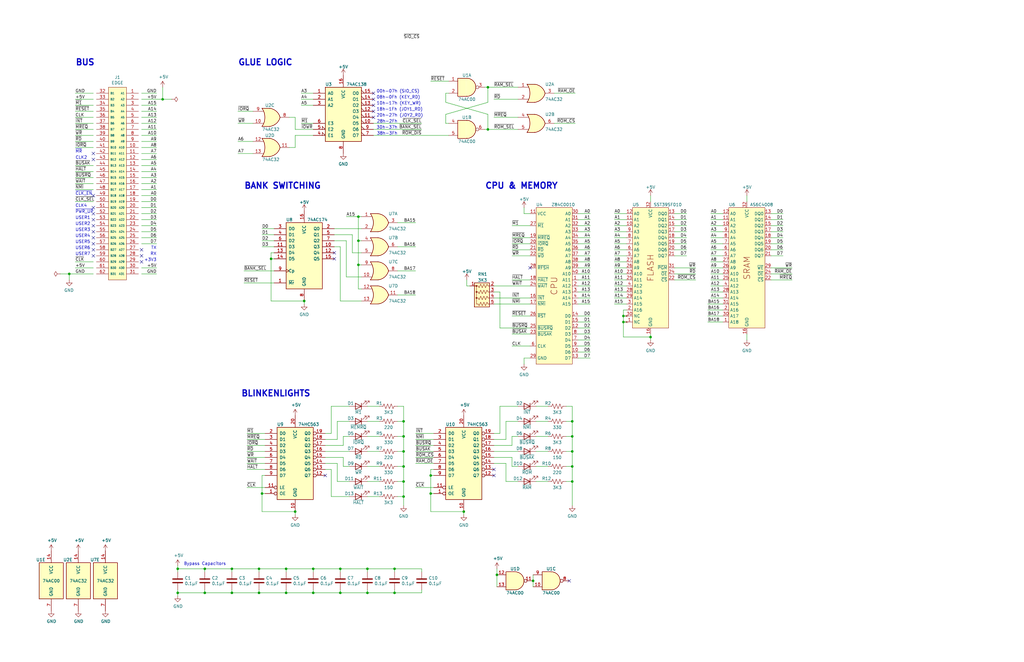
<source format=kicad_sch>
(kicad_sch (version 20230121) (generator eeschema)
  (paper "USLedger")
  (title_block (title "CPU,  64K FLASH, 512K RAM, with blinkenlights") (date "2022-10-27") (rev "1.1") (company "Frederic Segard") (comment 1 "youtube.com/@microhobbyist.com") (comment 4 "Designed with the inspiration of Grant Searl and John Winans"))
  (junction (at 241.3 177.8))
  (junction (at 114.3 109.22))
  (junction (at 97.79 240.03))
  (junction (at 205.74 36.83))
  (junction (at 170.18 196.85))
  (junction (at 132.08 250.19))
  (junction (at 109.22 240.03))
  (junction (at 29.21 115.57))
  (junction (at 74.93 240.03))
  (junction (at 262.89 135.89))
  (junction (at 154.94 240.03))
  (junction (at 170.18 209.55))
  (junction (at 110.49 208.28))
  (junction (at 274.32 142.24))
  (junction (at 97.79 250.19))
  (junction (at 154.94 250.19))
  (junction (at 143.51 250.19))
  (junction (at 205.74 54.61))
  (junction (at 170.18 203.2))
  (junction (at 170.18 177.8))
  (junction (at 151.13 101.6))
  (junction (at 124.46 215.9))
  (junction (at 241.3 190.5))
  (junction (at 151.13 111.76))
  (junction (at 68.58 41.91))
  (junction (at 86.36 240.03))
  (junction (at 132.08 240.03))
  (junction (at 170.18 184.15))
  (junction (at 74.93 250.19))
  (junction (at 181.61 200.66))
  (junction (at 170.18 190.5))
  (junction (at 241.3 196.85))
  (junction (at 120.65 250.19))
  (junction (at 241.3 203.2))
  (junction (at 120.65 240.03))
  (junction (at 143.51 240.03))
  (junction (at 128.27 127))
  (junction (at 181.61 208.28))
  (junction (at 224.79 245.11))
  (junction (at 209.55 242.57))
  (junction (at 166.37 240.03))
  (junction (at 86.36 250.19))
  (junction (at 151.13 91.44))
  (junction (at 262.89 133.35))
  (junction (at 195.58 215.9))
  (junction (at 109.22 250.19))
  (junction (at 241.3 184.15))
  (junction (at 166.37 250.19))
  (no_connect (at 157.48 44.45))
  (no_connect (at 137.16 200.66))
  (no_connect (at 59.69 107.95))
  (no_connect (at 240.03 245.11))
  (no_connect (at 39.37 64.77))
  (no_connect (at 140.97 106.68))
  (no_connect (at 39.37 95.25))
  (no_connect (at 208.28 200.66))
  (no_connect (at 208.28 198.12))
  (no_connect (at 157.48 46.99))
  (no_connect (at 39.37 90.17))
  (no_connect (at 59.69 110.49))
  (no_connect (at 39.37 82.55))
  (no_connect (at 140.97 109.22))
  (no_connect (at 39.37 107.95))
  (no_connect (at 39.37 102.87))
  (no_connect (at 39.37 92.71))
  (no_connect (at 157.48 49.53))
  (no_connect (at 39.37 100.33))
  (no_connect (at 39.37 97.79))
  (no_connect (at 157.48 39.37))
  (no_connect (at 39.37 87.63))
  (no_connect (at 39.37 67.31))
  (no_connect (at 39.37 105.41))
  (no_connect (at 157.48 41.91))
  (no_connect (at 59.69 105.41))
  (no_connect (at 223.52 113.03))
  (wire (pts (xy 304.8 107.95) (xy 299.72 107.95)))
  (wire (pts (xy 208.28 49.53) (xy 218.44 49.53)))
  (wire (pts (xy 31.75 39.37) (xy 39.37 39.37)))
  (wire (pts (xy 100.33 46.99) (xy 106.68 46.99)))
  (wire (pts (xy 196.85 118.11) (xy 196.85 120.65)))
  (wire (pts (xy 284.48 100.33) (xy 289.56 100.33)))
  (wire (pts (xy 325.12 113.03) (xy 334.01 113.03)))
  (wire (pts (xy 264.16 92.71) (xy 259.08 92.71)))
  (wire (pts (xy 166.37 241.3) (xy 166.37 240.03)))
  (wire (pts (xy 210.82 182.88) (xy 210.82 171.45)))
  (wire (pts (xy 170.18 177.8) (xy 170.18 184.15)))
  (wire (pts (xy 208.28 185.42) (xy 213.36 185.42)))
  (wire (pts (xy 143.51 127) (xy 143.51 104.14)))
  (wire (pts (xy 264.16 133.35) (xy 262.89 133.35)))
  (wire (pts (xy 243.84 107.95) (xy 248.92 107.95)))
  (wire (pts (xy 198.12 120.65) (xy 196.85 120.65)))
  (wire (pts (xy 215.9 146.05) (xy 223.52 146.05)))
  (wire (pts (xy 137.16 195.58) (xy 142.24 195.58)))
  (wire (pts (xy 226.06 203.2) (xy 231.14 203.2)))
  (wire (pts (xy 104.14 182.88) (xy 111.76 182.88)))
  (wire (pts (xy 59.69 95.25) (xy 66.04 95.25)))
  (wire (pts (xy 177.8 240.03) (xy 166.37 240.03)))
  (wire (pts (xy 243.84 128.27) (xy 248.92 128.27)))
  (wire (pts (xy 144.78 193.04) (xy 144.78 196.85)))
  (wire (pts (xy 264.16 107.95) (xy 259.08 107.95)))
  (wire (pts (xy 167.64 203.2) (xy 170.18 203.2)))
  (wire (pts (xy 213.36 203.2) (xy 218.44 203.2)))
  (wire (pts (xy 110.49 99.06) (xy 115.57 99.06)))
  (wire (pts (xy 215.9 100.33) (xy 223.52 100.33)))
  (wire (pts (xy 167.64 190.5) (xy 170.18 190.5)))
  (wire (pts (xy 181.61 208.28) (xy 182.88 208.28)))
  (wire (pts (xy 325.12 115.57) (xy 334.01 115.57)))
  (wire (pts (xy 175.26 205.74) (xy 182.88 205.74)))
  (wire (pts (xy 154.94 209.55) (xy 160.02 209.55)))
  (wire (pts (xy 143.51 127) (xy 152.4 127)))
  (wire (pts (xy 109.22 248.92) (xy 109.22 250.19)))
  (wire (pts (xy 59.69 54.61) (xy 66.04 54.61)))
  (wire (pts (xy 264.16 105.41) (xy 259.08 105.41)))
  (wire (pts (xy 226.06 190.5) (xy 231.14 190.5)))
  (wire (pts (xy 31.75 59.69) (xy 39.37 59.69)))
  (wire (pts (xy 59.69 69.85) (xy 66.04 69.85)))
  (wire (pts (xy 325.12 90.17) (xy 330.2 90.17)))
  (wire (pts (xy 74.93 248.92) (xy 74.93 250.19)))
  (wire (pts (xy 120.65 240.03) (xy 109.22 240.03)))
  (wire (pts (xy 114.3 106.68) (xy 114.3 109.22)))
  (wire (pts (xy 114.3 109.22) (xy 114.3 127)))
  (wire (pts (xy 189.23 39.37) (xy 187.96 39.37)))
  (wire (pts (xy 31.75 74.93) (xy 39.37 74.93)))
  (wire (pts (xy 29.21 115.57) (xy 39.37 115.57)))
  (wire (pts (xy 233.68 39.37) (xy 242.57 39.37)))
  (wire (pts (xy 132.08 250.19) (xy 143.51 250.19)))
  (wire (pts (xy 31.75 62.23) (xy 39.37 62.23)))
  (wire (pts (xy 215.9 187.96) (xy 215.9 184.15)))
  (wire (pts (xy 142.24 185.42) (xy 142.24 177.8)))
  (wire (pts (xy 243.84 146.05) (xy 248.92 146.05)))
  (wire (pts (xy 304.8 115.57) (xy 299.72 115.57)))
  (wire (pts (xy 137.16 182.88) (xy 139.7 182.88)))
  (wire (pts (xy 243.84 138.43) (xy 248.92 138.43)))
  (wire (pts (xy 86.36 240.03) (xy 74.93 240.03)))
  (wire (pts (xy 170.18 190.5) (xy 170.18 196.85)))
  (wire (pts (xy 224.79 245.11) (xy 224.79 247.65)))
  (wire (pts (xy 264.16 100.33) (xy 259.08 100.33)))
  (wire (pts (xy 304.8 100.33) (xy 299.72 100.33)))
  (wire (pts (xy 142.24 195.58) (xy 142.24 203.2)))
  (wire (pts (xy 264.16 118.11) (xy 259.08 118.11)))
  (wire (pts (xy 262.89 130.81) (xy 264.16 130.81)))
  (wire (pts (xy 59.69 102.87) (xy 66.04 102.87)))
  (wire (pts (xy 97.79 250.19) (xy 109.22 250.19)))
  (wire (pts (xy 264.16 95.25) (xy 259.08 95.25)))
  (wire (pts (xy 59.69 92.71) (xy 66.04 92.71)))
  (wire (pts (xy 210.82 171.45) (xy 218.44 171.45)))
  (wire (pts (xy 262.89 133.35) (xy 262.89 135.89)))
  (wire (pts (xy 154.94 177.8) (xy 160.02 177.8)))
  (wire (pts (xy 167.64 171.45) (xy 170.18 171.45)))
  (wire (pts (xy 167.64 184.15) (xy 170.18 184.15)))
  (wire (pts (xy 120.65 241.3) (xy 120.65 240.03)))
  (wire (pts (xy 31.75 44.45) (xy 39.37 44.45)))
  (wire (pts (xy 154.94 248.92) (xy 154.94 250.19)))
  (wire (pts (xy 86.36 250.19) (xy 97.79 250.19)))
  (wire (pts (xy 167.64 124.46) (xy 175.26 124.46)))
  (wire (pts (xy 243.84 125.73) (xy 248.92 125.73)))
  (wire (pts (xy 304.8 97.79) (xy 299.72 97.79)))
  (wire (pts (xy 215.9 140.97) (xy 223.52 140.97)))
  (wire (pts (xy 104.14 193.04) (xy 111.76 193.04)))
  (wire (pts (xy 293.37 118.11) (xy 284.48 118.11)))
  (wire (pts (xy 151.13 121.92) (xy 152.4 121.92)))
  (wire (pts (xy 59.69 100.33) (xy 66.04 100.33)))
  (wire (pts (xy 314.96 82.55) (xy 314.96 85.09)))
  (wire (pts (xy 109.22 250.19) (xy 120.65 250.19)))
  (wire (pts (xy 151.13 101.6) (xy 152.4 101.6)))
  (wire (pts (xy 167.64 196.85) (xy 170.18 196.85)))
  (wire (pts (xy 31.75 52.07) (xy 39.37 52.07)))
  (wire (pts (xy 120.65 248.92) (xy 120.65 250.19)))
  (wire (pts (xy 59.69 41.91) (xy 68.58 41.91)))
  (wire (pts (xy 175.26 187.96) (xy 182.88 187.96)))
  (wire (pts (xy 304.8 105.41) (xy 299.72 105.41)))
  (wire (pts (xy 304.8 92.71) (xy 299.72 92.71)))
  (wire (pts (xy 208.28 193.04) (xy 215.9 193.04)))
  (wire (pts (xy 205.74 36.83) (xy 218.44 36.83)))
  (wire (pts (xy 170.18 203.2) (xy 170.18 209.55)))
  (wire (pts (xy 304.8 110.49) (xy 299.72 110.49)))
  (wire (pts (xy 139.7 182.88) (xy 139.7 171.45)))
  (wire (pts (xy 208.28 187.96) (xy 215.9 187.96)))
  (wire (pts (xy 143.51 104.14) (xy 140.97 104.14)))
  (wire (pts (xy 127 44.45) (xy 132.08 44.45)))
  (wire (pts (xy 243.84 92.71) (xy 248.92 92.71)))
  (wire (pts (xy 224.79 242.57) (xy 224.79 245.11)))
  (wire (pts (xy 209.55 240.03) (xy 209.55 242.57)))
  (wire (pts (xy 100.33 64.77) (xy 106.68 64.77)))
  (wire (pts (xy 127 52.07) (xy 132.08 52.07)))
  (wire (pts (xy 97.79 240.03) (xy 86.36 240.03)))
  (wire (pts (xy 208.28 182.88) (xy 210.82 182.88)))
  (wire (pts (xy 175.26 190.5) (xy 182.88 190.5)))
  (wire (pts (xy 74.93 250.19) (xy 86.36 250.19)))
  (wire (pts (xy 325.12 102.87) (xy 330.2 102.87)))
  (wire (pts (xy 208.28 120.65) (xy 223.52 120.65)))
  (wire (pts (xy 215.9 95.25) (xy 223.52 95.25)))
  (wire (pts (xy 137.16 185.42) (xy 142.24 185.42)))
  (wire (pts (xy 264.16 128.27) (xy 259.08 128.27)))
  (wire (pts (xy 140.97 96.52) (xy 152.4 96.52)))
  (wire (pts (xy 74.93 240.03) (xy 74.93 241.3)))
  (wire (pts (xy 205.74 48.26) (xy 187.96 43.18)))
  (wire (pts (xy 59.69 90.17) (xy 66.04 90.17)))
  (wire (pts (xy 223.52 90.17) (xy 220.98 90.17)))
  (wire (pts (xy 208.28 128.27) (xy 223.52 128.27)))
  (wire (pts (xy 124.46 57.15) (xy 132.08 57.15)))
  (wire (pts (xy 151.13 111.76) (xy 152.4 111.76)))
  (wire (pts (xy 124.46 49.53) (xy 121.92 49.53)))
  (wire (pts (xy 243.84 97.79) (xy 248.92 97.79)))
  (wire (pts (xy 274.32 140.97) (xy 274.32 142.24)))
  (wire (pts (xy 238.76 203.2) (xy 241.3 203.2)))
  (wire (pts (xy 104.14 205.74) (xy 111.76 205.74)))
  (wire (pts (xy 205.74 43.18) (xy 187.96 48.26)))
  (wire (pts (xy 195.58 215.9) (xy 195.58 217.17)))
  (wire (pts (xy 31.75 80.01) (xy 39.37 80.01)))
  (wire (pts (xy 241.3 184.15) (xy 241.3 190.5)))
  (wire (pts (xy 137.16 190.5) (xy 147.32 190.5)))
  (wire (pts (xy 284.48 90.17) (xy 289.56 90.17)))
  (wire (pts (xy 293.37 115.57) (xy 284.48 115.57)))
  (wire (pts (xy 31.75 110.49) (xy 39.37 110.49)))
  (wire (pts (xy 304.8 120.65) (xy 299.72 120.65)))
  (wire (pts (xy 31.75 57.15) (xy 39.37 57.15)))
  (wire (pts (xy 262.89 142.24) (xy 274.32 142.24)))
  (wire (pts (xy 170.18 171.45) (xy 170.18 177.8)))
  (wire (pts (xy 189.23 52.07) (xy 187.96 52.07)))
  (wire (pts (xy 325.12 92.71) (xy 330.2 92.71)))
  (wire (pts (xy 241.3 196.85) (xy 241.3 203.2)))
  (wire (pts (xy 175.26 195.58) (xy 182.88 195.58)))
  (wire (pts (xy 167.64 177.8) (xy 170.18 177.8)))
  (wire (pts (xy 132.08 248.92) (xy 132.08 250.19)))
  (wire (pts (xy 74.93 250.19) (xy 74.93 251.46)))
  (wire (pts (xy 104.14 198.12) (xy 111.76 198.12)))
  (wire (pts (xy 97.79 241.3) (xy 97.79 240.03)))
  (wire (pts (xy 110.49 200.66) (xy 110.49 208.28)))
  (wire (pts (xy 139.7 209.55) (xy 147.32 209.55)))
  (wire (pts (xy 215.9 107.95) (xy 223.52 107.95)))
  (wire (pts (xy 325.12 100.33) (xy 330.2 100.33)))
  (wire (pts (xy 304.8 125.73) (xy 299.72 125.73)))
  (wire (pts (xy 304.8 90.17) (xy 299.72 90.17)))
  (wire (pts (xy 127 39.37) (xy 132.08 39.37)))
  (wire (pts (xy 31.75 46.99) (xy 39.37 46.99)))
  (wire (pts (xy 154.94 184.15) (xy 160.02 184.15)))
  (wire (pts (xy 223.52 151.13) (xy 220.98 151.13)))
  (wire (pts (xy 170.18 209.55) (xy 170.18 213.36)))
  (wire (pts (xy 132.08 241.3) (xy 132.08 240.03)))
  (wire (pts (xy 111.76 200.66) (xy 110.49 200.66)))
  (wire (pts (xy 59.69 46.99) (xy 66.04 46.99)))
  (wire (pts (xy 243.84 140.97) (xy 248.92 140.97)))
  (wire (pts (xy 154.94 190.5) (xy 160.02 190.5)))
  (wire (pts (xy 148.59 99.06) (xy 140.97 99.06)))
  (wire (pts (xy 170.18 196.85) (xy 170.18 203.2)))
  (wire (pts (xy 144.78 196.85) (xy 147.32 196.85)))
  (wire (pts (xy 124.46 54.61) (xy 124.46 49.53)))
  (wire (pts (xy 139.7 171.45) (xy 147.32 171.45)))
  (wire (pts (xy 59.69 64.77) (xy 66.04 64.77)))
  (wire (pts (xy 298.45 135.89) (xy 304.8 135.89)))
  (wire (pts (xy 181.61 200.66) (xy 181.61 198.12)))
  (wire (pts (xy 157.48 52.07) (xy 177.8 52.07)))
  (wire (pts (xy 177.8 248.92) (xy 177.8 250.19)))
  (wire (pts (xy 264.16 97.79) (xy 259.08 97.79)))
  (wire (pts (xy 175.26 193.04) (xy 182.88 193.04)))
  (wire (pts (xy 304.8 95.25) (xy 299.72 95.25)))
  (wire (pts (xy 181.61 200.66) (xy 182.88 200.66)))
  (wire (pts (xy 215.9 133.35) (xy 223.52 133.35)))
  (wire (pts (xy 325.12 95.25) (xy 330.2 95.25)))
  (wire (pts (xy 243.84 105.41) (xy 248.92 105.41)))
  (wire (pts (xy 298.45 130.81) (xy 304.8 130.81)))
  (wire (pts (xy 262.89 135.89) (xy 264.16 135.89)))
  (wire (pts (xy 213.36 185.42) (xy 213.36 177.8)))
  (wire (pts (xy 86.36 248.92) (xy 86.36 250.19)))
  (wire (pts (xy 59.69 74.93) (xy 66.04 74.93)))
  (wire (pts (xy 144.78 187.96) (xy 144.78 184.15)))
  (wire (pts (xy 208.28 195.58) (xy 213.36 195.58)))
  (wire (pts (xy 127 41.91) (xy 132.08 41.91)))
  (wire (pts (xy 137.16 193.04) (xy 144.78 193.04)))
  (wire (pts (xy 238.76 190.5) (xy 241.3 190.5)))
  (wire (pts (xy 264.16 125.73) (xy 259.08 125.73)))
  (wire (pts (xy 264.16 113.03) (xy 259.08 113.03)))
  (wire (pts (xy 100.33 52.07) (xy 106.68 52.07)))
  (wire (pts (xy 243.84 100.33) (xy 248.92 100.33)))
  (wire (pts (xy 29.21 115.57) (xy 29.21 118.11)))
  (wire (pts (xy 166.37 240.03) (xy 154.94 240.03)))
  (wire (pts (xy 104.14 187.96) (xy 111.76 187.96)))
  (wire (pts (xy 59.69 52.07) (xy 66.04 52.07)))
  (wire (pts (xy 220.98 87.63) (xy 220.98 90.17)))
  (wire (pts (xy 148.59 106.68) (xy 148.59 99.06)))
  (wire (pts (xy 124.46 54.61) (xy 132.08 54.61)))
  (wire (pts (xy 59.69 87.63) (xy 66.04 87.63)))
  (wire (pts (xy 157.48 57.15) (xy 189.23 57.15)))
  (wire (pts (xy 213.36 195.58) (xy 213.36 203.2)))
  (wire (pts (xy 167.64 114.3) (xy 175.26 114.3)))
  (wire (pts (xy 59.69 59.69) (xy 66.04 59.69)))
  (wire (pts (xy 213.36 177.8) (xy 218.44 177.8)))
  (wire (pts (xy 215.9 196.85) (xy 218.44 196.85)))
  (wire (pts (xy 210.82 138.43) (xy 223.52 138.43)))
  (wire (pts (xy 100.33 59.69) (xy 106.68 59.69)))
  (wire (pts (xy 102.87 114.3) (xy 115.57 114.3)))
  (wire (pts (xy 59.69 113.03) (xy 66.04 113.03)))
  (wire (pts (xy 59.69 85.09) (xy 66.04 85.09)))
  (wire (pts (xy 59.69 39.37) (xy 66.04 39.37)))
  (wire (pts (xy 208.28 123.19) (xy 210.82 123.19)))
  (wire (pts (xy 264.16 120.65) (xy 259.08 120.65)))
  (wire (pts (xy 175.26 182.88) (xy 182.88 182.88)))
  (wire (pts (xy 241.3 203.2) (xy 241.3 213.36)))
  (wire (pts (xy 59.69 72.39) (xy 66.04 72.39)))
  (wire (pts (xy 205.74 36.83) (xy 205.74 43.18)))
  (wire (pts (xy 68.58 36.83) (xy 68.58 41.91)))
  (wire (pts (xy 274.32 82.55) (xy 274.32 85.09)))
  (wire (pts (xy 243.84 120.65) (xy 248.92 120.65)))
  (wire (pts (xy 243.84 151.13) (xy 248.92 151.13)))
  (wire (pts (xy 284.48 97.79) (xy 289.56 97.79)))
  (wire (pts (xy 110.49 208.28) (xy 110.49 215.9)))
  (wire (pts (xy 59.69 49.53) (xy 66.04 49.53)))
  (wire (pts (xy 31.75 49.53) (xy 39.37 49.53)))
  (wire (pts (xy 151.13 91.44) (xy 152.4 91.44)))
  (wire (pts (xy 215.9 118.11) (xy 223.52 118.11)))
  (wire (pts (xy 25.4 115.57) (xy 29.21 115.57)))
  (wire (pts (xy 31.75 85.09) (xy 39.37 85.09)))
  (wire (pts (xy 31.75 77.47) (xy 39.37 77.47)))
  (wire (pts (xy 109.22 240.03) (xy 97.79 240.03)))
  (wire (pts (xy 31.75 113.03) (xy 39.37 113.03)))
  (wire (pts (xy 304.8 118.11) (xy 299.72 118.11)))
  (wire (pts (xy 243.84 113.03) (xy 248.92 113.03)))
  (wire (pts (xy 243.84 90.17) (xy 248.92 90.17)))
  (wire (pts (xy 325.12 105.41) (xy 330.2 105.41)))
  (wire (pts (xy 142.24 203.2) (xy 147.32 203.2)))
  (wire (pts (xy 274.32 142.24) (xy 274.32 143.51)))
  (wire (pts (xy 110.49 96.52) (xy 115.57 96.52)))
  (wire (pts (xy 110.49 104.14) (xy 115.57 104.14)))
  (wire (pts (xy 243.84 148.59) (xy 248.92 148.59)))
  (wire (pts (xy 181.61 198.12) (xy 182.88 198.12)))
  (wire (pts (xy 181.61 34.29) (xy 189.23 34.29)))
  (wire (pts (xy 187.96 39.37) (xy 187.96 43.18)))
  (wire (pts (xy 144.78 184.15) (xy 147.32 184.15)))
  (wire (pts (xy 110.49 208.28) (xy 111.76 208.28)))
  (wire (pts (xy 284.48 113.03) (xy 293.37 113.03)))
  (wire (pts (xy 148.59 106.68) (xy 152.4 106.68)))
  (wire (pts (xy 243.84 118.11) (xy 248.92 118.11)))
  (wire (pts (xy 325.12 118.11) (xy 334.01 118.11)))
  (wire (pts (xy 143.51 240.03) (xy 132.08 240.03)))
  (wire (pts (xy 304.8 102.87) (xy 299.72 102.87)))
  (wire (pts (xy 137.16 187.96) (xy 144.78 187.96)))
  (wire (pts (xy 226.06 177.8) (xy 231.14 177.8)))
  (wire (pts (xy 104.14 195.58) (xy 111.76 195.58)))
  (wire (pts (xy 284.48 92.71) (xy 289.56 92.71)))
  (wire (pts (xy 121.92 62.23) (xy 124.46 62.23)))
  (wire (pts (xy 132.08 240.03) (xy 120.65 240.03)))
  (wire (pts (xy 167.64 209.55) (xy 170.18 209.55)))
  (wire (pts (xy 264.16 110.49) (xy 259.08 110.49)))
  (wire (pts (xy 205.74 54.61) (xy 218.44 54.61)))
  (wire (pts (xy 137.16 198.12) (xy 139.7 198.12)))
  (wire (pts (xy 241.3 177.8) (xy 241.3 184.15)))
  (wire (pts (xy 233.68 52.07) (xy 242.57 52.07)))
  (wire (pts (xy 298.45 128.27) (xy 304.8 128.27)))
  (wire (pts (xy 325.12 107.95) (xy 330.2 107.95)))
  (wire (pts (xy 298.45 133.35) (xy 304.8 133.35)))
  (wire (pts (xy 170.18 184.15) (xy 170.18 190.5)))
  (wire (pts (xy 154.94 241.3) (xy 154.94 240.03)))
  (wire (pts (xy 284.48 105.41) (xy 289.56 105.41)))
  (wire (pts (xy 243.84 123.19) (xy 248.92 123.19)))
  (wire (pts (xy 215.9 193.04) (xy 215.9 196.85)))
  (wire (pts (xy 195.58 215.9) (xy 181.61 215.9)))
  (wire (pts (xy 124.46 215.9) (xy 110.49 215.9)))
  (wire (pts (xy 262.89 130.81) (xy 262.89 133.35)))
  (wire (pts (xy 104.14 190.5) (xy 111.76 190.5)))
  (wire (pts (xy 181.61 208.28) (xy 181.61 215.9)))
  (wire (pts (xy 314.96 140.97) (xy 314.96 143.51)))
  (wire (pts (xy 262.89 135.89) (xy 262.89 142.24)))
  (wire (pts (xy 209.55 242.57) (xy 209.55 247.65)))
  (wire (pts (xy 238.76 171.45) (xy 241.3 171.45)))
  (wire (pts (xy 104.14 185.42) (xy 111.76 185.42)))
  (wire (pts (xy 204.47 36.83) (xy 205.74 36.83)))
  (wire (pts (xy 128.27 128.27) (xy 128.27 127)))
  (wire (pts (xy 238.76 184.15) (xy 241.3 184.15)))
  (wire (pts (xy 166.37 250.19) (xy 177.8 250.19)))
  (wire (pts (xy 264.16 90.17) (xy 259.08 90.17)))
  (wire (pts (xy 243.84 135.89) (xy 248.92 135.89)))
  (wire (pts (xy 59.69 115.57) (xy 66.04 115.57)))
  (wire (pts (xy 226.06 171.45) (xy 231.14 171.45)))
  (wire (pts (xy 151.13 101.6) (xy 151.13 111.76)))
  (wire (pts (xy 238.76 196.85) (xy 241.3 196.85)))
  (wire (pts (xy 151.13 111.76) (xy 151.13 121.92)))
  (wire (pts (xy 208.28 190.5) (xy 218.44 190.5)))
  (wire (pts (xy 86.36 241.3) (xy 86.36 240.03)))
  (wire (pts (xy 146.05 116.84) (xy 152.4 116.84)))
  (wire (pts (xy 59.69 62.23) (xy 66.04 62.23)))
  (wire (pts (xy 115.57 106.68) (xy 114.3 106.68)))
  (wire (pts (xy 154.94 196.85) (xy 160.02 196.85)))
  (wire (pts (xy 167.64 93.98) (xy 175.26 93.98)))
  (wire (pts (xy 167.64 104.14) (xy 175.26 104.14)))
  (wire (pts (xy 157.48 54.61) (xy 177.8 54.61)))
  (wire (pts (xy 59.69 82.55) (xy 66.04 82.55)))
  (wire (pts (xy 205.74 48.26) (xy 205.74 54.61)))
  (wire (pts (xy 177.8 241.3) (xy 177.8 240.03)))
  (wire (pts (xy 243.84 133.35) (xy 248.92 133.35)))
  (wire (pts (xy 74.93 238.76) (xy 74.93 240.03)))
  (wire (pts (xy 31.75 69.85) (xy 39.37 69.85)))
  (wire (pts (xy 143.51 248.92) (xy 143.51 250.19)))
  (wire (pts (xy 210.82 123.19) (xy 210.82 138.43)))
  (wire (pts (xy 142.24 177.8) (xy 147.32 177.8)))
  (wire (pts (xy 97.79 248.92) (xy 97.79 250.19)))
  (wire (pts (xy 31.75 41.91) (xy 39.37 41.91)))
  (wire (pts (xy 241.3 190.5) (xy 241.3 196.85)))
  (wire (pts (xy 215.9 184.15) (xy 218.44 184.15)))
  (wire (pts (xy 143.51 241.3) (xy 143.51 240.03)))
  (wire (pts (xy 204.47 54.61) (xy 205.74 54.61)))
  (wire (pts (xy 31.75 72.39) (xy 39.37 72.39)))
  (wire (pts (xy 208.28 125.73) (xy 223.52 125.73)))
  (wire (pts (xy 110.49 101.6) (xy 115.57 101.6)))
  (wire (pts (xy 243.84 95.25) (xy 248.92 95.25)))
  (wire (pts (xy 151.13 91.44) (xy 151.13 101.6)))
  (wire (pts (xy 325.12 97.79) (xy 330.2 97.79)))
  (wire (pts (xy 215.9 102.87) (xy 223.52 102.87)))
  (wire (pts (xy 109.22 241.3) (xy 109.22 240.03)))
  (wire (pts (xy 72.39 41.91) (xy 68.58 41.91)))
  (wire (pts (xy 264.16 123.19) (xy 259.08 123.19)))
  (wire (pts (xy 114.3 127) (xy 128.27 127)))
  (wire (pts (xy 243.84 115.57) (xy 248.92 115.57)))
  (wire (pts (xy 139.7 198.12) (xy 139.7 209.55)))
  (wire (pts (xy 284.48 102.87) (xy 289.56 102.87)))
  (wire (pts (xy 124.46 215.9) (xy 124.46 217.17)))
  (wire (pts (xy 226.06 184.15) (xy 231.14 184.15)))
  (wire (pts (xy 59.69 57.15) (xy 66.04 57.15)))
  (wire (pts (xy 243.84 143.51) (xy 248.92 143.51)))
  (wire (pts (xy 59.69 97.79) (xy 66.04 97.79)))
  (wire (pts (xy 143.51 250.19) (xy 154.94 250.19)))
  (wire (pts (xy 124.46 62.23) (xy 124.46 57.15)))
  (wire (pts (xy 154.94 203.2) (xy 160.02 203.2)))
  (wire (pts (xy 284.48 107.95) (xy 289.56 107.95)))
  (wire (pts (xy 102.87 119.38) (xy 115.57 119.38)))
  (wire (pts (xy 208.28 41.91) (xy 218.44 41.91)))
  (wire (pts (xy 243.84 110.49) (xy 248.92 110.49)))
  (wire (pts (xy 304.8 123.19) (xy 299.72 123.19)))
  (wire (pts (xy 146.05 101.6) (xy 140.97 101.6)))
  (wire (pts (xy 284.48 95.25) (xy 289.56 95.25)))
  (wire (pts (xy 241.3 171.45) (xy 241.3 177.8)))
  (wire (pts (xy 226.06 196.85) (xy 231.14 196.85)))
  (wire (pts (xy 59.69 44.45) (xy 66.04 44.45)))
  (wire (pts (xy 59.69 77.47) (xy 66.04 77.47)))
  (wire (pts (xy 59.69 67.31) (xy 66.04 67.31)))
  (wire (pts (xy 187.96 48.26) (xy 187.96 52.07)))
  (wire (pts (xy 120.65 250.19) (xy 132.08 250.19)))
  (wire (pts (xy 181.61 208.28) (xy 181.61 200.66)))
  (wire (pts (xy 59.69 80.01) (xy 66.04 80.01)))
  (wire (pts (xy 146.05 116.84) (xy 146.05 101.6)))
  (wire (pts (xy 215.9 105.41) (xy 223.52 105.41)))
  (wire (pts (xy 175.26 185.42) (xy 182.88 185.42)))
  (wire (pts (xy 264.16 102.87) (xy 259.08 102.87)))
  (wire (pts (xy 166.37 248.92) (xy 166.37 250.19)))
  (wire (pts (xy 304.8 113.03) (xy 299.72 113.03)))
  (wire (pts (xy 146.05 91.44) (xy 151.13 91.44)))
  (wire (pts (xy 114.3 109.22) (xy 115.57 109.22)))
  (wire (pts (xy 154.94 171.45) (xy 160.02 171.45)))
  (wire (pts (xy 220.98 151.13) (xy 220.98 153.67)))
  (wire (pts (xy 154.94 240.03) (xy 143.51 240.03)))
  (wire (pts (xy 154.94 250.19) (xy 166.37 250.19)))
  (wire (pts (xy 238.76 177.8) (xy 241.3 177.8)))
  (wire (pts (xy 264.16 115.57) (xy 259.08 115.57)))
  (wire (pts (xy 31.75 54.61) (xy 39.37 54.61)))
  (wire (pts (xy 243.84 102.87) (xy 248.92 102.87)))
  (text "08h-0Fh (KEY_RD)" (at 158.75 41.91 0) (effects (font (size 1.27 1.27)) (justify left bottom)))
  (text "~{CLK_EN}" (at 31.75 82.55 0) (effects (font (size 1.27 1.27)) (justify left bottom)))
  (text "38h-3Fh" (at 167.64 57.15 0) (effects (font (size 1.27 1.27)) (justify right bottom)))
  (text "USER1" (at 31.75 92.7298 0) (effects (font (size 1.27 1.27)) (justify left bottom)))
  (text "GLUE LOGIC" (at 100.33 27.94 0) (effects (font (size 2.54 2.54) (thickness 0.508) bold) (justify left bottom)))
  (text "RX" (at 66.04 107.95 0) (effects (font (size 1.27 1.27)) (justify right bottom)))
  (text "00h-07h (SIO_CS)" (at 158.75 39.37 0) (effects (font (size 1.27 1.27)) (justify left bottom)))
  (text "BLINKENLIGHTS" (at 101.6 167.64 0) (effects (font (size 2.54 2.54) (thickness 0.508) bold) (justify left bottom)))
  (text "BUS" (at 31.75 27.94 0) (effects (font (size 2.54 2.54) (thickness 0.508) bold) (justify left bottom)))
  (text "18h-1Fh (JOY1_RD)" (at 158.75 46.99 0) (effects (font (size 1.27 1.27)) (justify left bottom)))
  (text "CPU & MEMORY" (at 204.47 80.01 0) (effects (font (size 2.54 2.54) (thickness 0.508) bold) (justify left bottom)))
  (text "CLK2" (at 31.8014 67.3536 0) (effects (font (size 1.27 1.27)) (justify left bottom)))
  (text "CLK4" (at 31.75 87.63 0) (effects (font (size 1.27 1.27)) (justify left bottom)))
  (text "+3V3" (at 66.04 110.49 0) (effects (font (size 1.27 1.27)) (justify right bottom)))
  (text "USER5" (at 31.75 102.8898 0) (effects (font (size 1.27 1.27)) (justify left bottom)))
  (text "USER3" (at 31.75 97.8098 0) (effects (font (size 1.27 1.27)) (justify left bottom)))
  (text "USER2" (at 31.75 95.2698 0) (effects (font (size 1.27 1.27)) (justify left bottom)))
  (text "30h-37h" (at 167.64 54.61 0) (effects (font (size 1.27 1.27)) (justify right bottom)))
  (text "TX" (at 66.04 105.41 0) (effects (font (size 1.27 1.27)) (justify right bottom)))
  (text "10h-17h (KEY_WR)" (at 158.75 44.45 0) (effects (font (size 1.27 1.27)) (justify left bottom)))
  (text "USER4" (at 31.75 100.3498 0) (effects (font (size 1.27 1.27)) (justify left bottom)))
  (text "20h-27h (JOY2_RD)" (at 158.75 49.53 0) (effects (font (size 1.27 1.27)) (justify left bottom)))
  (text "BANK SWITCHING" (at 102.87 80.01 0) (effects (font (size 2.54 2.54) (thickness 0.508) bold) (justify left bottom)))
  (text "Bypass Capacitors" (at 77.47 238.76 0) (effects (font (size 1.27 1.27)) (justify left bottom)))
  (text "28h-2Fh" (at 167.64 52.07 0) (effects (font (size 1.27 1.27)) (justify right bottom)))
  (text "USER6" (at 31.75 105.4298 0) (effects (font (size 1.27 1.27)) (justify left bottom)))
  (text "~{MR}" (at 31.75 64.77 0) (effects (font (size 1.27 1.27)) (justify left bottom)))
  (text "USER7" (at 31.75 107.9698 0) (effects (font (size 1.27 1.27)) (justify left bottom)))
  (text "~{PWR_UP}" (at 31.75 90.1799 0) (effects (font (size 1.27 1.27)) (justify left bottom)))
  (label "D4" (at 289.56 100.33 180))
  (label "A11" (at 66.04 54.61 180))
  (label "~{WAIT}" (at 104.14 195.58 0))
  (label "~{RAM_OE}" (at 242.57 39.37 180))
  (label "~{BUSRQ}" (at 175.26 187.96 0))
  (label "~{ROM_CS}" (at 293.37 118.11 180))
  (label "A12" (at 299.72 120.65 0))
  (label "A3" (at 127 39.37 0))
  (label "A8" (at 299.72 110.49 0))
  (label "A7" (at 66.04 64.77 180))
  (label "~{IORQ}" (at 215.9 102.87 0))
  (label "~{WR}" (at 31.75 57.15 0))
  (label "A7" (at 100.33 64.77 0))
  (label "+5V" (at 66.04 113.03 180))
  (label "A15" (at 146.05 91.44 0))
  (label "D0" (at 66.04 85.09 180))
  (label "~{RD}" (at 293.37 115.57 180))
  (label "~{IORQ}" (at 104.14 187.96 0))
  (label "A6" (at 66.04 67.31 180))
  (label "+5V" (at 31.75 41.91 0))
  (label "A2" (at 248.92 95.25 180))
  (label "~{RAM_OE}" (at 334.01 115.57 180))
  (label "~{ROM_SEL}" (at 208.28 54.61 0))
  (label "~{HALT}" (at 215.9 118.11 0))
  (label "A6" (at 100.33 59.69 0))
  (label "A1" (at 248.92 92.71 180))
  (label "~{MREQ}" (at 104.14 185.42 0))
  (label "A10" (at 248.92 115.57 180))
  (label "A7" (at 248.92 107.95 180))
  (label "+5V" (at 31.75 113.03 0))
  (label "A3" (at 248.92 97.79 180))
  (label "D5" (at 248.92 146.05 180))
  (label "A15" (at 66.04 44.45 180))
  (label "A5" (at 127 44.45 0))
  (label "A9" (at 66.04 59.69 180))
  (label "~{HALT}" (at 104.14 198.12 0))
  (label "GND" (at 31.75 39.37 0))
  (label "A0" (at 66.04 82.55 180))
  (label "A6" (at 248.92 105.41 180))
  (label "D2" (at 330.2 95.25 180))
  (label "A11" (at 259.08 118.11 0))
  (label "GND" (at 66.04 39.37 180))
  (label "BA16" (at 298.45 130.81 0))
  (label "D2" (at 110.49 101.6 0))
  (label "A3" (at 66.04 74.93 180))
  (label "~{RESET}" (at 102.87 119.38 0))
  (label "~{M1}" (at 127 52.07 0))
  (label "D0" (at 289.56 90.17 180))
  (label "D6" (at 289.56 105.41 180))
  (label "~{SIO_CS}" (at 170.18 16.51 0))
  (label "D7" (at 66.04 102.87 180))
  (label "~{HALT}" (at 31.75 72.39 0))
  (label "A15" (at 248.92 128.27 180))
  (label "~{RESET}" (at 181.61 34.29 0))
  (label "D7" (at 289.56 107.95 180))
  (label "~{NMI}" (at 175.26 185.42 0))
  (label "A13" (at 66.04 49.53 180))
  (label "D4" (at 66.04 95.25 180))
  (label "A7" (at 299.72 107.95 0))
  (label "A4" (at 259.08 100.33 0))
  (label "~{NMI}" (at 31.75 80.01 0))
  (label "D1" (at 66.04 87.63 180))
  (label "~{RD}" (at 215.9 105.41 0))
  (label "D5" (at 66.04 97.79 180))
  (label "~{WR}" (at 215.9 107.95 0))
  (label "D0" (at 248.92 133.35 180))
  (label "A9" (at 259.08 113.03 0))
  (label "~{CLK_SEL}" (at 31.75 85.09 0))
  (label "D3" (at 330.2 97.79 180))
  (label "D0" (at 330.2 90.17 180))
  (label "~{RAM_OE}" (at 175.26 195.58 0))
  (label "A1" (at 259.08 92.71 0))
  (label "~{M1}" (at 215.9 95.25 0))
  (label "A4" (at 299.72 100.33 0))
  (label "~{WAIT}" (at 31.75 77.47 0))
  (label "BA15" (at 298.45 128.27 0))
  (label "A8" (at 259.08 110.49 0))
  (label "~{BUSRQ}" (at 31.75 74.93 0))
  (label "~{CLK_SEL}" (at 177.8 52.07 180))
  (label "A9" (at 299.72 113.03 0))
  (label "D3" (at 289.56 97.79 180))
  (label "A8" (at 66.04 62.23 180))
  (label "A4" (at 66.04 72.39 180))
  (label "~{RD}" (at 208.28 41.91 0))
  (label "~{WR}" (at 293.37 113.03 180))
  (label "~{CLK}" (at 175.26 205.74 0))
  (label "~{MREQ}" (at 215.9 100.33 0))
  (label "D4" (at 330.2 100.33 180))
  (label "A5" (at 66.04 69.85 180))
  (label "~{BANK_SEL}" (at 177.8 54.61 180))
  (label "D1" (at 248.92 135.89 180))
  (label "A8" (at 248.92 110.49 180))
  (label "D4" (at 248.92 143.51 180))
  (label "A9" (at 248.92 113.03 180))
  (label "BA16" (at 175.26 104.14 180))
  (label "~{INT}" (at 31.75 52.07 0))
  (label "A4" (at 248.92 100.33 180))
  (label "GND" (at 31.75 115.57 0))
  (label "~{BANK_SEL}" (at 102.87 114.3 0))
  (label "A13" (at 259.08 123.19 0))
  (label "A2" (at 299.72 95.25 0))
  (label "A1" (at 66.04 80.01 180))
  (label "+5V" (at 66.04 41.91 180))
  (label "CLK" (at 31.75 49.53 0))
  (label "A2" (at 259.08 95.25 0))
  (label "~{MREQ}" (at 208.28 49.53 0))
  (label "A12" (at 66.04 52.07 180))
  (label "~{WR}" (at 104.14 193.04 0))
  (label "BA18" (at 298.45 135.89 0))
  (label "A10" (at 66.04 57.15 180))
  (label "~{INT}" (at 175.26 182.88 0))
  (label "A7" (at 259.08 107.95 0))
  (label "D6" (at 330.2 105.41 180))
  (label "D0" (at 110.49 96.52 0))
  (label "A14" (at 259.08 125.73 0))
  (label "BA17" (at 175.26 114.3 180))
  (label "A5" (at 248.92 102.87 180))
  (label "~{ROM_CS}" (at 175.26 193.04 0))
  (label "~{RAM_SEL}" (at 208.28 36.83 0))
  (label "D1" (at 330.2 92.71 180))
  (label "A10" (at 299.72 115.57 0))
  (label "D3" (at 66.04 92.71 180))
  (label "~{RD}" (at 104.14 190.5 0))
  (label "A11" (at 248.92 118.11 180))
  (label "D3" (at 110.49 104.14 0))
  (label "D5" (at 330.2 102.87 180))
  (label "~{NMI}" (at 215.9 128.27 0))
  (label "~{M1}" (at 104.14 182.88 0))
  (label "D2" (at 248.92 138.43 180))
  (label "A1" (at 299.72 92.71 0))
  (label "A14" (at 66.04 46.99 180))
  (label "~{M1}" (at 31.75 44.45 0))
  (label "A13" (at 248.92 123.19 180))
  (label "CLK" (at 215.9 146.05 0))
  (label "~{INT}" (at 215.9 125.73 0))
  (label "A5" (at 299.72 102.87 0))
  (label "A3" (at 299.72 97.79 0))
  (label "A5" (at 259.08 102.87 0))
  (label "~{ROM_DIS}" (at 177.8 57.15 180))
  (label "~{MREQ}" (at 334.01 118.11 180))
  (label "A12" (at 259.08 120.65 0))
  (label "A14" (at 248.92 125.73 180))
  (label "D2" (at 289.56 95.25 180))
  (label "~{ROM_CS}" (at 242.57 52.07 180))
  (label "D1" (at 110.49 99.06 0))
  (label "~{RESET}" (at 215.9 133.35 0))
  (label "D6" (at 66.04 100.33 180))
  (label "~{CLK}" (at 104.14 205.74 0))
  (label "A14" (at 299.72 125.73 0))
  (label "BA15" (at 175.26 93.98 180))
  (label "A0" (at 248.92 90.17 180))
  (label "A15" (at 259.08 128.27 0))
  (label "A13" (at 299.72 123.19 0))
  (label "D7" (at 248.92 151.13 180))
  (label "~{RESET}" (at 31.75 46.99 0))
  (label "~{WAIT}" (at 215.9 120.65 0))
  (label "A6" (at 299.72 105.41 0))
  (label "~{BUSAK}" (at 215.9 140.97 0))
  (label "~{BUSAK}" (at 175.26 190.5 0))
  (label "~{RD}" (at 31.75 59.69 0))
  (label "~{IORQ}" (at 100.33 46.99 0))
  (label "A0" (at 299.72 90.17 0))
  (label "~{CLK}" (at 31.75 110.49 0))
  (label "~{BUSAK}" (at 31.75 69.85 0))
  (label "~{MREQ}" (at 31.75 54.61 0))
  (label "~{WR}" (at 334.01 113.03 180))
  (label "A12" (at 248.92 120.65 180))
  (label "D2" (at 66.04 90.17 180))
  (label "A0" (at 259.08 90.17 0))
  (label "BA17" (at 298.45 133.35 0))
  (label "~{IOWR}" (at 127 54.61 0))
  (label "A10" (at 259.08 115.57 0))
  (label "BA18" (at 175.26 124.46 180))
  (label "~{WR}" (at 100.33 52.07 0))
  (label "A6" (at 259.08 105.41 0))
  (label "D1" (at 289.56 92.71 180))
  (label "D5" (at 289.56 102.87 180))
  (label "A11" (at 299.72 118.11 0))
  (label "D6" (at 248.92 148.59 180))
  (label "~{IORQ}" (at 31.75 62.23 0))
  (label "GND" (at 66.04 115.57 180))
  (label "A4" (at 127 41.91 0))
  (label "D7" (at 330.2 107.95 180))
  (label "A2" (at 66.04 77.47 180))
  (label "~{BUSRQ}" (at 215.9 138.43 0))
  (label "A3" (at 259.08 97.79 0))
  (label "D3" (at 248.92 140.97 180))
  (symbol (lib_id "0_Library:ISA_CARD_CONNECTOR_8BIT") (at 49.53 36.83 0) (unit 1)
    (property "Reference" "J1" (at 49.53 32.639 0))
    (property "Value" "EDGE" (at 49.53 34.9504 0))
    (property "Footprint" "0_Library:BUS_XT_Proto" (effects hide))
    (property "Datasheet" "https://www.te.com/commerce/DocumentDelivery/DDEController?Action=showdoc&DocId=Customer+Drawing%7F5530843%7FF8%7Fpdf%7FEnglish%7FENG_CD_5530843_F8.pdf%7F6-5530843-5" (effects hide))
    (property "Description" "Standard Card Edge Connectors 100 VRT 062DP" (effects hide))
    (property "Height" "15.494" (effects hide))
    (property "Mouser Part Number" "571-6-5530843-5" (effects hide))
    (property "Mouser Price/Stock" "https://www.mouser.co.uk/ProductDetail/TE-Connectivity/6-5530843-5?qs=X1mjqRbeMc4evMKvgkFEjA%3D%3D" (effects hide))
    (property "Manufacturer_Name" "TE Connectivity" (effects hide))
    (property "Manufacturer_Part_Number" "6-5530843-5" (effects hide))
  )
  (symbol (lib_id "power:GND") (at 170.18 213.36 0) (unit 1)
    (property "Reference" "#PWR016" (effects hide))
    (property "Value" "GND" (at 170.18 217.8034 0))
  )
  (symbol (lib_id "Device:C") (at 120.65 245.11 0) (unit 1)
    (property "Reference" "C5" (at 123.571 243.9416 0) (effects (justify left)))
    (property "Value" "0.1µF" (at 123.571 246.253 0) (effects (justify left)))
    (property "Footprint" "Capacitor_THT:C_Disc_D3.0mm_W1.6mm_P2.50mm" (effects hide))
  )
  (symbol (lib_id "Device:R_US") (at 234.95 196.85 90) (unit 1)
    (property "Reference" "R10" (at 232.41 195.58 90) (effects (justify left)))
    (property "Value" "220" (at 234.95 199.39 90))
    (property "Footprint" "Resistor_THT:R_Axial_DIN0207_L6.3mm_D2.5mm_P10.16mm_Horizontal" (effects hide))
  )
  (symbol (lib_id "Device:LED") (at 151.13 177.8 180) (unit 1)
    (property "Reference" "D3" (at 149.225 176.53 0) (effects (justify left)))
    (property "Value" "~{MEMRQ}" (at 151.13 180.34 0))
    (property "Footprint" "LED_THT:LED_D3.0mm_Horizontal_O1.27mm_Z2.0mm_Clear" (effects hide))
  )
  (symbol (lib_id "Device:C") (at 97.79 245.11 0) (unit 1)
    (property "Reference" "C3" (at 100.711 243.9416 0) (effects (justify left)))
    (property "Value" "0.1µF" (at 100.711 246.253 0) (effects (justify left)))
    (property "Footprint" "Capacitor_THT:C_Disc_D3.0mm_W1.6mm_P2.50mm" (effects hide))
  )
  (symbol (lib_id "power:GND") (at 124.46 217.17 0) (unit 1)
    (property "Reference" "#PWR018" (effects hide))
    (property "Value" "GND" (at 124.46 221.6134 0))
  )
  (symbol (lib_id "power:+5V") (at 274.32 82.55 0) (unit 1)
    (property "Reference" "#PWR04" (effects hide))
    (property "Value" "+5V" (at 274.32 78.9742 0))
  )
  (symbol (lib_id "74xx:74LS32") (at 44.45 245.11 0) (unit 5)
    (property "Reference" "U7" (at 38.1 236.22 0) (effects (justify left)))
    (property "Value" "74AC32" (at 44.45 245.11 0))
    (property "Footprint" "Package_DIP:DIP-14_W7.62mm_Socket" (effects hide))
    (property "Datasheet" "http://www.ti.com/lit/gpn/sn74LS32" (effects hide))
  )
  (symbol (lib_id "power:GND") (at 274.32 143.51 0) (unit 1)
    (property "Reference" "#PWR011" (effects hide))
    (property "Value" "GND" (at 274.32 147.9534 0))
  )
  (symbol (lib_id "power:GND") (at 241.3 213.36 0) (unit 1)
    (property "Reference" "#PWR017" (effects hide))
    (property "Value" "GND" (at 241.3 217.8034 0))
  )
  (symbol (lib_id "Device:LED") (at 222.25 196.85 180) (unit 1)
    (property "Reference" "D10" (at 220.345 195.58 0) (effects (justify left)))
    (property "Value" "~{ROM}" (at 222.25 199.39 0))
    (property "Footprint" "LED_THT:LED_D3.0mm_Horizontal_O1.27mm_Z2.0mm_Clear" (effects hide))
  )
  (symbol (lib_id "Device:LED") (at 222.25 184.15 180) (unit 1)
    (property "Reference" "D6" (at 220.345 182.88 0) (effects (justify left)))
    (property "Value" "~{BUSRQ}" (at 222.25 186.69 0))
    (property "Footprint" "LED_THT:LED_D3.0mm_Horizontal_O1.27mm_Z2.0mm_Clear" (effects hide))
  )
  (symbol (lib_id "power:+5V") (at 209.55 240.03 0) (unit 1)
    (property "Reference" "#PWR024" (effects hide))
    (property "Value" "+5V" (at 209.931 235.6358 0))
  )
  (symbol (lib_id "power:+5V") (at 68.58 36.83 0) (unit 1)
    (property "Reference" "#PWR02" (effects hide))
    (property "Value" "+5V" (at 68.961 32.4358 0))
  )
  (symbol (lib_id "Device:LED") (at 222.25 190.5 180) (unit 1)
    (property "Reference" "D8" (at 220.345 189.23 0) (effects (justify left)))
    (property "Value" "~{BUSAK}" (at 222.25 193.04 0))
    (property "Footprint" "LED_THT:LED_D3.0mm_Horizontal_O1.27mm_Z2.0mm_Clear" (effects hide))
  )
  (symbol (lib_id "Device:C") (at 166.37 245.11 0) (unit 1)
    (property "Reference" "C9" (at 169.291 243.9416 0) (effects (justify left)))
    (property "Value" "0.1µF" (at 169.291 246.253 0) (effects (justify left)))
    (property "Footprint" "Capacitor_THT:C_Disc_D3.0mm_W1.6mm_P2.50mm" (effects hide))
  )
  (symbol (lib_id "Device:R_Network04_US") (at 203.2 125.73 90) (mirror x) (unit 1)
    (property "Reference" "RN1" (at 203.454 115.6802 90))
    (property "Value" "3K3" (at 203.454 118.2171 90))
    (property "Footprint" "Resistor_THT:R_Array_SIP5" (effects hide))
    (property "Datasheet" "http://www.vishay.com/docs/31509/csc.pdf" (effects hide))
  )
  (symbol (lib_id "Device:LED") (at 151.13 203.2 180) (unit 1)
    (property "Reference" "D11" (at 149.225 201.93 0) (effects (justify left)))
    (property "Value" "~{WAIT}" (at 151.13 205.74 0))
    (property "Footprint" "LED_THT:LED_D3.0mm_Horizontal_O1.27mm_Z2.0mm_Clear" (effects hide))
  )
  (symbol (lib_id "74xx:74LS32") (at 114.3 49.53 0) (unit 3)
    (property "Reference" "U2" (at 111.76 44.45 0) (effects (justify left)))
    (property "Value" "74AC32" (at 110.49 54.61 0) (effects (justify left)))
    (property "Footprint" "Package_DIP:DIP-14_W7.62mm_Socket" (effects hide))
    (property "Datasheet" "http://www.ti.com/lit/gpn/sn74LS32" (effects hide))
  )
  (symbol (lib_id "74xx:74HC00") (at 196.85 54.61 0) (unit 2)
    (property "Reference" "U1" (at 196.85 49.53 0))
    (property "Value" "74AC00" (at 196.85 59.69 0))
    (property "Footprint" "Package_DIP:DIP-14_W7.62mm_Socket" (effects hide))
    (property "Datasheet" "http://www.ti.com/lit/gpn/sn74hc00" (effects hide))
  )
  (symbol (lib_id "Device:LED") (at 222.25 177.8 180) (unit 1)
    (property "Reference" "D4" (at 220.345 176.53 0) (effects (justify left)))
    (property "Value" "~{NMI}" (at 222.25 180.34 0))
    (property "Footprint" "LED_THT:LED_D3.0mm_Horizontal_O1.27mm_Z2.0mm_Clear" (effects hide))
  )
  (symbol (lib_id "Device:R_US") (at 234.95 190.5 90) (unit 1)
    (property "Reference" "R8" (at 232.41 189.23 90) (effects (justify left)))
    (property "Value" "150" (at 234.95 193.04 90))
    (property "Footprint" "Resistor_THT:R_Axial_DIN0207_L6.3mm_D2.5mm_P10.16mm_Horizontal" (effects hide))
  )
  (symbol (lib_id "power:+5V") (at 33.02 232.41 0) (unit 1)
    (property "Reference" "#PWR021" (effects hide))
    (property "Value" "+5V" (at 33.401 228.0158 0))
  )
  (symbol (lib_id "Device:R_US") (at 163.83 184.15 90) (unit 1)
    (property "Reference" "R5" (at 161.29 182.88 90) (effects (justify left)))
    (property "Value" "330" (at 163.83 186.69 90))
    (property "Footprint" "Resistor_THT:R_Axial_DIN0207_L6.3mm_D2.5mm_P10.16mm_Horizontal" (effects hide))
  )
  (symbol (lib_id "power:GND") (at 74.93 251.46 0) (unit 1)
    (property "Reference" "#PWR025" (effects hide))
    (property "Value" "GND" (at 75.057 255.8542 0))
  )
  (symbol (lib_id "Device:R_US") (at 234.95 177.8 90) (unit 1)
    (property "Reference" "R4" (at 232.41 176.53 90) (effects (justify left)))
    (property "Value" "330" (at 234.95 180.34 90))
    (property "Footprint" "Resistor_THT:R_Axial_DIN0207_L6.3mm_D2.5mm_P10.16mm_Horizontal" (effects hide))
  )
  (symbol (lib_id "0 - Library:Z84C00xx CPU") (at 233.68 87.63 0) (unit 1)
    (property "Reference" "U4" (at 226.06 86.36 0) (effects (justify left)))
    (property "Value" "Z84C0010" (at 237.49 86.36 0))
    (property "Footprint" "Package_DIP:DIP-40_W15.24mm_Socket" (effects hide))
    (property "Datasheet" "https://www.mouser.ca/datasheet/2/240/ps0178-2584834.pdf" (effects hide))
  )
  (symbol (lib_id "power:+5V") (at 196.85 118.11 0) (unit 1)
    (property "Reference" "#PWR09" (effects hide))
    (property "Value" "+5V" (at 196.85 114.5342 0))
  )
  (symbol (lib_id "power:PWR_FLAG") (at 25.4 115.57 90) (mirror x) (unit 1)
    (property "Reference" "#FLG02" (effects hide))
    (property "Value" "PWR_FLAG" (effects hide))
  )
  (symbol (lib_id "74xx:74HC00") (at 21.59 245.11 0) (unit 5)
    (property "Reference" "U1" (at 15.24 236.22 0) (effects (justify left)))
    (property "Value" "74AC00" (at 21.59 245.11 0))
    (property "Footprint" "Package_DIP:DIP-14_W7.62mm_Socket" (effects hide))
    (property "Datasheet" "http://www.ti.com/lit/gpn/sn74hc00" (effects hide))
  )
  (symbol (lib_id "Device:C") (at 109.22 245.11 0) (unit 1)
    (property "Reference" "C4" (at 112.141 243.9416 0) (effects (justify left)))
    (property "Value" "0.1µF" (at 112.141 246.253 0) (effects (justify left)))
    (property "Footprint" "Capacitor_THT:C_Disc_D3.0mm_W1.6mm_P2.50mm" (effects hide))
  )
  (symbol (lib_id "Device:R_US") (at 234.95 184.15 90) (unit 1)
    (property "Reference" "R6" (at 232.41 182.88 90) (effects (justify left)))
    (property "Value" "3K3" (at 234.95 186.69 90))
    (property "Footprint" "Resistor_THT:R_Axial_DIN0207_L6.3mm_D2.5mm_P10.16mm_Horizontal" (effects hide))
  )
  (symbol (lib_id "Device:R_US") (at 234.95 171.45 90) (unit 1)
    (property "Reference" "R2" (at 232.41 170.18 90) (effects (justify left)))
    (property "Value" "3K3" (at 234.95 173.99 90))
    (property "Footprint" "Resistor_THT:R_Axial_DIN0207_L6.3mm_D2.5mm_P10.16mm_Horizontal" (effects hide))
  )
  (symbol (lib_id "power:+5V") (at 74.93 238.76 0) (unit 1)
    (property "Reference" "#PWR023" (effects hide))
    (property "Value" "+5V" (at 75.311 234.3658 0))
  )
  (symbol (lib_id "0 - Library:74HC563") (at 124.46 195.58 0) (unit 1)
    (property "Reference" "U9" (at 116.84 179.07 0) (effects (justify left)))
    (property "Value" "74HC563" (at 125.73 179.07 0) (effects (justify left)))
    (property "Footprint" "Package_DIP:DIP-20_W7.62mm_Socket" (effects hide))
    (property "Datasheet" "74xx/74hc573.pdf" (effects hide))
  )
  (symbol (lib_id "Device:C") (at 143.51 245.11 0) (unit 1)
    (property "Reference" "C7" (at 146.431 243.9416 0) (effects (justify left)))
    (property "Value" "0.1µF" (at 146.431 246.253 0) (effects (justify left)))
    (property "Footprint" "Capacitor_THT:C_Disc_D3.0mm_W1.6mm_P2.50mm" (effects hide))
  )
  (symbol (lib_id "Device:LED") (at 222.25 171.45 180) (unit 1)
    (property "Reference" "D2" (at 220.345 170.18 0) (effects (justify left)))
    (property "Value" "~{INT}" (at 222.25 173.99 0))
    (property "Footprint" "LED_THT:LED_D3.0mm_Horizontal_O1.27mm_Z2.0mm_Clear" (effects hide))
  )
  (symbol (lib_id "Device:LED") (at 222.25 203.2 180) (unit 1)
    (property "Reference" "D12" (at 220.345 201.93 0) (effects (justify left)))
    (property "Value" "~{RAM}" (at 222.25 205.74 0))
    (property "Footprint" "LED_THT:LED_D3.0mm_Horizontal_O1.27mm_Z2.0mm_Clear" (effects hide))
  )
  (symbol (lib_id "Device:R_US") (at 163.83 190.5 90) (unit 1)
    (property "Reference" "R7" (at 161.29 189.23 90) (effects (justify left)))
    (property "Value" "220" (at 163.83 193.04 90))
    (property "Footprint" "Resistor_THT:R_Axial_DIN0207_L6.3mm_D2.5mm_P10.16mm_Horizontal" (effects hide))
  )
  (symbol (lib_id "0 - Library:74HC563") (at 195.58 195.58 0) (unit 1)
    (property "Reference" "U10" (at 187.96 179.07 0) (effects (justify left)))
    (property "Value" "74HC563" (at 196.85 179.07 0) (effects (justify left)))
    (property "Footprint" "Package_DIP:DIP-20_W7.62mm_Socket" (effects hide))
    (property "Datasheet" "74xx/74hc573.pdf" (effects hide))
  )
  (symbol (lib_id "Device:C") (at 177.8 245.11 0) (unit 1)
    (property "Reference" "C10" (at 180.721 243.9416 0) (effects (justify left)))
    (property "Value" "0.1µF" (at 180.721 246.253 0) (effects (justify left)))
    (property "Footprint" "Capacitor_THT:C_Disc_D3.0mm_W1.6mm_P2.50mm" (effects hide))
  )
  (symbol (lib_id "74xx:74HC00") (at 217.17 245.11 0) (unit 4)
    (property "Reference" "U1" (at 217.17 240.03 0))
    (property "Value" "74AC00" (at 217.17 250.19 0))
    (property "Footprint" "Package_DIP:DIP-14_W7.62mm_Socket" (effects hide))
    (property "Datasheet" "http://www.ti.com/lit/gpn/sn74hc00" (effects hide))
  )
  (symbol (lib_id "74xx:74LS138") (at 144.78 46.99 0) (unit 1)
    (property "Reference" "U3" (at 137.16 35.56 0) (effects (justify left)))
    (property "Value" "74AC138" (at 146.05 35.56 0) (effects (justify left)))
    (property "Footprint" "Package_DIP:DIP-16_W7.62mm_Socket" (effects hide))
    (property "Datasheet" "http://www.ti.com/lit/gpn/sn74LS138" (effects hide))
  )
  (symbol (lib_id "power:GND") (at 33.02 257.81 0) (unit 1)
    (property "Reference" "#PWR027" (effects hide))
    (property "Value" "GND" (at 33.147 262.2042 0))
  )
  (symbol (lib_id "power:+5V") (at 44.45 232.41 0) (unit 1)
    (property "Reference" "#PWR022" (effects hide))
    (property "Value" "+5V" (at 44.831 228.0158 0))
  )
  (symbol (lib_id "0 - Library:SST39SF010") (at 274.32 87.63 0) (unit 1)
    (property "Reference" "U5" (at 266.7 86.36 0) (effects (justify left)))
    (property "Value" "SST39SF010" (at 275.59 86.36 0) (effects (justify left)))
    (property "Footprint" "Package_DIP:DIP-32_W15.24mm" (effects hide))
    (property "Datasheet" "https://ww1.microchip.com/downloads/en/DeviceDoc/20005022C.pdf" (effects hide))
  )
  (symbol (lib_id "power:GND") (at 195.58 217.17 0) (unit 1)
    (property "Reference" "#PWR019" (effects hide))
    (property "Value" "GND" (at 195.58 221.6134 0))
  )
  (symbol (lib_id "74xx:74LS32") (at 160.02 114.3 0) (unit 3)
    (property "Reference" "U7" (at 163.83 110.49 0) (effects (justify left)))
    (property "Value" "74AC32" (at 163.83 116.84 0) (effects (justify left)))
    (property "Footprint" "Package_DIP:DIP-14_W7.62mm_Socket" (effects hide))
    (property "Datasheet" "http://www.ti.com/lit/gpn/sn74LS32" (effects hide))
  )
  (symbol (lib_id "power:+5V") (at 21.59 232.41 0) (unit 1)
    (property "Reference" "#PWR020" (effects hide))
    (property "Value" "+5V" (at 21.971 228.0158 0))
  )
  (symbol (lib_id "74xx:74LS32") (at 226.06 39.37 0) (unit 1)
    (property "Reference" "U2" (at 229.87 35.56 0) (effects (justify left)))
    (property "Value" "74AC32" (at 229.87 41.91 0) (effects (justify left)))
    (property "Footprint" "Package_DIP:DIP-14_W7.62mm_Socket" (effects hide))
    (property "Datasheet" "http://www.ti.com/lit/gpn/sn74LS32" (effects hide))
  )
  (symbol (lib_id "power:GND") (at 314.96 143.51 0) (unit 1)
    (property "Reference" "#PWR012" (effects hide))
    (property "Value" "GND" (at 314.96 147.9534 0))
  )
  (symbol (lib_id "Device:C") (at 74.93 245.11 0) (unit 1)
    (property "Reference" "C1" (at 77.851 243.9416 0) (effects (justify left)))
    (property "Value" "0.1µF" (at 77.851 246.253 0) (effects (justify left)))
    (property "Footprint" "Capacitor_THT:C_Disc_D3.0mm_W1.6mm_P2.50mm" (effects hide))
  )
  (symbol (lib_id "power:+5V") (at 128.27 88.9 0) (unit 1)
    (property "Reference" "#PWR07" (effects hide))
    (property "Value" "+5V" (at 128.27 85.3242 0))
  )
  (symbol (lib_id "Device:LED") (at 151.13 209.55 180) (unit 1)
    (property "Reference" "D13" (at 149.225 208.28 0) (effects (justify left)))
    (property "Value" "~{HALT}" (at 151.13 212.09 0))
    (property "Footprint" "LED_THT:LED_D3.0mm_Horizontal_O1.27mm_Z2.0mm_Clear" (effects hide))
  )
  (symbol (lib_id "74xx:74HC00") (at 196.85 36.83 0) (unit 1)
    (property "Reference" "U1" (at 196.85 31.75 0))
    (property "Value" "74AC00" (at 196.85 41.91 0))
    (property "Footprint" "Package_DIP:DIP-14_W7.62mm_Socket" (effects hide))
    (property "Datasheet" "http://www.ti.com/lit/gpn/sn74hc00" (effects hide))
  )
  (symbol (lib_id "Device:R_US") (at 234.95 203.2 90) (unit 1)
    (property "Reference" "R12" (at 232.41 201.93 90) (effects (justify left)))
    (property "Value" "3K3" (at 234.95 205.74 90))
    (property "Footprint" "Resistor_THT:R_Axial_DIN0207_L6.3mm_D2.5mm_P10.16mm_Horizontal" (effects hide))
  )
  (symbol (lib_id "0 - Library:AS6C4008") (at 314.96 87.63 0) (unit 1)
    (property "Reference" "U6" (at 307.34 86.36 0) (effects (justify left)))
    (property "Value" "AS6C4008" (at 316.23 86.36 0) (effects (justify left)))
    (property "Footprint" "Package_DIP:DIP-32_W15.24mm" (effects hide))
    (property "Datasheet" "https://www.alliancememory.com/wp-content/uploads/pdf/AS6C4008.pdf" (effects hide))
  )
  (symbol (lib_id "power:+5V") (at 314.96 82.55 0) (unit 1)
    (property "Reference" "#PWR05" (effects hide))
    (property "Value" "+5V" (at 314.96 78.9742 0))
  )
  (symbol (lib_id "74xx:74LS32") (at 160.02 124.46 0) (unit 4)
    (property "Reference" "U7" (at 163.83 120.65 0) (effects (justify left)))
    (property "Value" "74AC32" (at 163.83 127 0) (effects (justify left)))
    (property "Footprint" "Package_DIP:DIP-14_W7.62mm_Socket" (effects hide))
    (property "Datasheet" "http://www.ti.com/lit/gpn/sn74LS32" (effects hide))
  )
  (symbol (lib_id "74xx:74LS32") (at 160.02 93.98 0) (unit 1)
    (property "Reference" "U7" (at 163.83 90.17 0) (effects (justify left)))
    (property "Value" "74AC32" (at 163.83 96.52 0) (effects (justify left)))
    (property "Footprint" "Package_DIP:DIP-14_W7.62mm_Socket" (effects hide))
    (property "Datasheet" "http://www.ti.com/lit/gpn/sn74LS32" (effects hide))
  )
  (symbol (lib_id "power:GND") (at 220.98 153.67 0) (unit 1)
    (property "Reference" "#PWR013" (effects hide))
    (property "Value" "GND" (at 220.98 158.1134 0))
  )
  (symbol (lib_id "74xx:74LS32") (at 226.06 52.07 0) (unit 2)
    (property "Reference" "U2" (at 229.87 48.26 0) (effects (justify left)))
    (property "Value" "74AC32" (at 229.87 54.61 0) (effects (justify left)))
    (property "Footprint" "Package_DIP:DIP-14_W7.62mm_Socket" (effects hide))
    (property "Datasheet" "http://www.ti.com/lit/gpn/sn74LS32" (effects hide))
  )
  (symbol (lib_id "Device:LED") (at 151.13 196.85 180) (unit 1)
    (property "Reference" "D9" (at 149.225 195.58 0) (effects (justify left)))
    (property "Value" "~{WR}" (at 151.13 199.39 0))
    (property "Footprint" "LED_THT:LED_D3.0mm_Horizontal_O1.27mm_Z2.0mm_Clear" (effects hide))
  )
  (symbol (lib_id "power:PWR_FLAG") (at 72.39 41.91 270) (unit 1)
    (property "Reference" "#FLG01" (effects hide))
    (property "Value" "PWR_FLAG" (effects hide))
  )
  (symbol (lib_id "74xx:74LS32") (at 160.02 104.14 0) (unit 2)
    (property "Reference" "U7" (at 163.83 100.33 0) (effects (justify left)))
    (property "Value" "74AC32" (at 163.83 106.68 0) (effects (justify left)))
    (property "Footprint" "Package_DIP:DIP-14_W7.62mm_Socket" (effects hide))
    (property "Datasheet" "http://www.ti.com/lit/gpn/sn74LS32" (effects hide))
  )
  (symbol (lib_id "74xx:74HC00") (at 232.41 245.11 0) (unit 3)
    (property "Reference" "U1" (at 232.41 240.03 0))
    (property "Value" "74AC00" (at 232.41 250.19 0))
    (property "Footprint" "Package_DIP:DIP-14_W7.62mm_Socket" (effects hide))
    (property "Datasheet" "http://www.ti.com/lit/gpn/sn74hc00" (effects hide))
  )
  (symbol (lib_id "power:+5V") (at 124.46 175.26 0) (unit 1)
    (property "Reference" "#PWR014" (effects hide))
    (property "Value" "+5V" (at 124.841 170.8658 0))
  )
  (symbol (lib_id "74xx:74LS32") (at 114.3 62.23 0) (unit 4)
    (property "Reference" "U2" (at 111.76 57.15 0) (effects (justify left)))
    (property "Value" "74AC32" (at 110.49 67.31 0) (effects (justify left)))
    (property "Footprint" "Package_DIP:DIP-14_W7.62mm_Socket" (effects hide))
    (property "Datasheet" "http://www.ti.com/lit/gpn/sn74LS32" (effects hide))
  )
  (symbol (lib_id "power:+5V") (at 220.98 87.63 0) (unit 1)
    (property "Reference" "#PWR06" (effects hide))
    (property "Value" "+5V" (at 220.98 84.0542 0))
  )
  (symbol (lib_id "Device:LED") (at 151.13 190.5 180) (unit 1)
    (property "Reference" "D7" (at 149.225 189.23 0) (effects (justify left)))
    (property "Value" "~{RD}" (at 151.13 193.04 0))
    (property "Footprint" "LED_THT:LED_D3.0mm_Horizontal_O1.27mm_Z2.0mm_Clear" (effects hide))
  )
  (symbol (lib_id "Device:LED") (at 151.13 171.45 180) (unit 1)
    (property "Reference" "D1" (at 149.225 170.18 0) (effects (justify left)))
    (property "Value" "~{M1}" (at 151.13 173.99 0))
    (property "Footprint" "LED_THT:LED_D3.0mm_Horizontal_O1.27mm_Z2.0mm_Clear" (effects hide))
  )
  (symbol (lib_id "power:GND") (at 128.27 128.27 0) (unit 1)
    (property "Reference" "#PWR010" (effects hide))
    (property "Value" "GND" (at 128.27 132.7134 0))
  )
  (symbol (lib_id "Device:R_US") (at 163.83 177.8 90) (unit 1)
    (property "Reference" "R3" (at 161.29 176.53 90) (effects (justify left)))
    (property "Value" "220" (at 163.83 180.34 90))
    (property "Footprint" "Resistor_THT:R_Axial_DIN0207_L6.3mm_D2.5mm_P10.16mm_Horizontal" (effects hide))
  )
  (symbol (lib_id "74xx:74LS174") (at 128.27 106.68 0) (unit 1)
    (property "Reference" "U8" (at 120.65 92.71 0) (effects (justify left)))
    (property "Value" "74AC174" (at 129.54 92.71 0) (effects (justify left)))
    (property "Footprint" "Package_DIP:DIP-16_W7.62mm_Socket" (effects hide))
    (property "Datasheet" "http://www.ti.com/lit/gpn/sn74LS174" (effects hide))
  )
  (symbol (lib_id "Device:R_US") (at 163.83 209.55 90) (unit 1)
    (property "Reference" "R13" (at 161.29 208.28 90) (effects (justify left)))
    (property "Value" "3K3" (at 163.83 212.09 90))
    (property "Footprint" "Resistor_THT:R_Axial_DIN0207_L6.3mm_D2.5mm_P10.16mm_Horizontal" (effects hide))
  )
  (symbol (lib_id "Device:C") (at 86.36 245.11 0) (unit 1)
    (property "Reference" "C2" (at 89.281 243.9416 0) (effects (justify left)))
    (property "Value" "0.1µF" (at 89.281 246.253 0) (effects (justify left)))
    (property "Footprint" "Capacitor_THT:C_Disc_D3.0mm_W1.6mm_P2.50mm" (effects hide))
  )
  (symbol (lib_id "Device:R_US") (at 163.83 203.2 90) (unit 1)
    (property "Reference" "R11" (at 161.29 201.93 90) (effects (justify left)))
    (property "Value" "150" (at 163.83 205.74 90))
    (property "Footprint" "Resistor_THT:R_Axial_DIN0207_L6.3mm_D2.5mm_P10.16mm_Horizontal" (effects hide))
  )
  (symbol (lib_id "Device:LED") (at 151.13 184.15 180) (unit 1)
    (property "Reference" "D5" (at 149.225 182.88 0) (effects (justify left)))
    (property "Value" "~{IORQ}" (at 151.13 186.69 0))
    (property "Footprint" "LED_THT:LED_D3.0mm_Horizontal_O1.27mm_Z2.0mm_Clear" (effects hide))
  )
  (symbol (lib_id "Device:R_US") (at 163.83 171.45 90) (unit 1)
    (property "Reference" "R1" (at 161.29 170.18 90) (effects (justify left)))
    (property "Value" "3K3" (at 163.83 173.99 90))
    (property "Footprint" "Resistor_THT:R_Axial_DIN0207_L6.3mm_D2.5mm_P10.16mm_Horizontal" (effects hide))
  )
  (symbol (lib_id "power:GND") (at 21.59 257.81 0) (unit 1)
    (property "Reference" "#PWR026" (effects hide))
    (property "Value" "GND" (at 21.717 262.2042 0))
  )
  (symbol (lib_id "power:+5V") (at 144.78 31.75 0) (unit 1)
    (property "Reference" "#PWR01" (effects hide))
    (property "Value" "+5V" (at 144.78 28.1742 0))
  )
  (symbol (lib_id "power:GND") (at 144.78 64.77 0) (unit 1)
    (property "Reference" "#PWR03" (effects hide))
    (property "Value" "GND" (at 144.78 69.2134 0))
  )
  (symbol (lib_id "Device:C") (at 154.94 245.11 0) (unit 1)
    (property "Reference" "C8" (at 157.861 243.9416 0) (effects (justify left)))
    (property "Value" "0.1µF" (at 157.861 246.253 0) (effects (justify left)))
    (property "Footprint" "Capacitor_THT:C_Disc_D3.0mm_W1.6mm_P2.50mm" (effects hide))
  )
  (symbol (lib_id "power:GND") (at 29.21 118.11 0) (mirror y) (unit 1)
    (property "Reference" "#PWR08" (effects hide))
    (property "Value" "~" (at 29.083 122.5042 0))
  )
  (symbol (lib_id "Device:R_US") (at 163.83 196.85 90) (unit 1)
    (property "Reference" "R9" (at 161.29 195.58 90) (effects (justify left)))
    (property "Value" "330" (at 163.83 199.39 90))
    (property "Footprint" "Resistor_THT:R_Axial_DIN0207_L6.3mm_D2.5mm_P10.16mm_Horizontal" (effects hide))
  )
  (symbol (lib_id "74xx:74LS32") (at 33.02 245.11 0) (unit 5)
    (property "Reference" "U2" (at 26.67 236.22 0) (effects (justify left)))
    (property "Value" "74AC32" (at 33.02 245.11 0))
    (property "Footprint" "Package_DIP:DIP-14_W7.62mm_Socket" (effects hide))
    (property "Datasheet" "http://www.ti.com/lit/gpn/sn74LS32" (effects hide))
  )
  (symbol (lib_id "power:GND") (at 44.45 257.81 0) (unit 1)
    (property "Reference" "#PWR028" (effects hide))
    (property "Value" "GND" (at 44.577 262.2042 0))
  )
  (symbol (lib_id "power:+5V") (at 195.58 175.26 0) (unit 1)
    (property "Reference" "#PWR015" (effects hide))
    (property "Value" "+5V" (at 195.961 170.8658 0))
  )
  (symbol (lib_id "Device:C") (at 132.08 245.11 0) (unit 1)
    (property "Reference" "C6" (at 135.001 243.9416 0) (effects (justify left)))
    (property "Value" "0.1µF" (at 135.001 246.253 0) (effects (justify left)))
    (property "Footprint" "Capacitor_THT:C_Disc_D3.0mm_W1.6mm_P2.50mm" (effects hide))
  )
)
</source>
